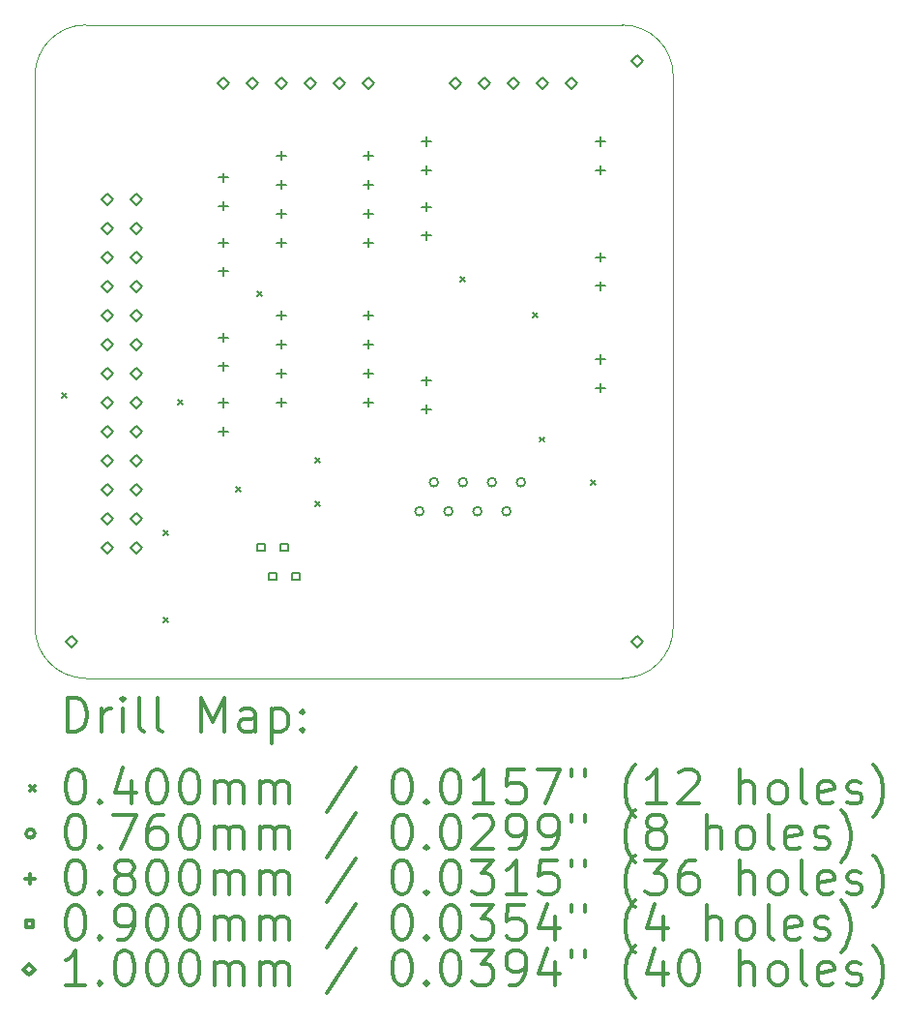
<source format=gbr>
%FSLAX45Y45*%
G04 Gerber Fmt 4.5, Leading zero omitted, Abs format (unit mm)*
G04 Created by KiCad (PCBNEW (5.1.10)-1) date 2021-07-13 13:09:28*
%MOMM*%
%LPD*%
G01*
G04 APERTURE LIST*
%TA.AperFunction,Profile*%
%ADD10C,0.050000*%
%TD*%
%ADD11C,0.200000*%
%ADD12C,0.300000*%
G04 APERTURE END LIST*
D10*
X8445500Y-4445000D02*
G75*
G02*
X8890000Y-4889500I0J-444500D01*
G01*
X8890000Y-9715500D02*
G75*
G02*
X8445500Y-10160000I-444500J0D01*
G01*
X3746500Y-10160000D02*
G75*
G02*
X3302000Y-9715500I0J444500D01*
G01*
X3302000Y-4889500D02*
G75*
G02*
X3746500Y-4445000I444500J0D01*
G01*
X3302000Y-9715500D02*
X3302000Y-4889500D01*
X8445500Y-10160000D02*
X3746500Y-10160000D01*
X8890000Y-4889500D02*
X8890000Y-9715500D01*
X3746500Y-4445000D02*
X8445500Y-4445000D01*
D11*
X3536000Y-7663500D02*
X3576000Y-7703500D01*
X3576000Y-7663500D02*
X3536000Y-7703500D01*
X4425000Y-8870000D02*
X4465000Y-8910000D01*
X4465000Y-8870000D02*
X4425000Y-8910000D01*
X4425000Y-9632000D02*
X4465000Y-9672000D01*
X4465000Y-9632000D02*
X4425000Y-9672000D01*
X4552000Y-7727000D02*
X4592000Y-7767000D01*
X4592000Y-7727000D02*
X4552000Y-7767000D01*
X5060000Y-8489000D02*
X5100000Y-8529000D01*
X5100000Y-8489000D02*
X5060000Y-8529000D01*
X5250500Y-6774500D02*
X5290500Y-6814500D01*
X5290500Y-6774500D02*
X5250500Y-6814500D01*
X5758500Y-8235000D02*
X5798500Y-8275000D01*
X5798500Y-8235000D02*
X5758500Y-8275000D01*
X5758500Y-8616000D02*
X5798500Y-8656000D01*
X5798500Y-8616000D02*
X5758500Y-8656000D01*
X7028500Y-6647500D02*
X7068500Y-6687500D01*
X7068500Y-6647500D02*
X7028500Y-6687500D01*
X7663500Y-6965000D02*
X7703500Y-7005000D01*
X7703500Y-6965000D02*
X7663500Y-7005000D01*
X7720500Y-8051000D02*
X7760500Y-8091000D01*
X7760500Y-8051000D02*
X7720500Y-8091000D01*
X8171500Y-8425500D02*
X8211500Y-8465500D01*
X8211500Y-8425500D02*
X8171500Y-8465500D01*
X6705500Y-8699500D02*
G75*
G03*
X6705500Y-8699500I-38000J0D01*
G01*
X6832500Y-8445500D02*
G75*
G03*
X6832500Y-8445500I-38000J0D01*
G01*
X6959500Y-8699500D02*
G75*
G03*
X6959500Y-8699500I-38000J0D01*
G01*
X7086500Y-8445500D02*
G75*
G03*
X7086500Y-8445500I-38000J0D01*
G01*
X7213500Y-8699500D02*
G75*
G03*
X7213500Y-8699500I-38000J0D01*
G01*
X7340500Y-8445500D02*
G75*
G03*
X7340500Y-8445500I-38000J0D01*
G01*
X7467500Y-8699500D02*
G75*
G03*
X7467500Y-8699500I-38000J0D01*
G01*
X7594500Y-8445500D02*
G75*
G03*
X7594500Y-8445500I-38000J0D01*
G01*
X4953000Y-5738500D02*
X4953000Y-5818500D01*
X4913000Y-5778500D02*
X4993000Y-5778500D01*
X4953000Y-5988500D02*
X4953000Y-6068500D01*
X4913000Y-6028500D02*
X4993000Y-6028500D01*
X4953000Y-6310000D02*
X4953000Y-6390000D01*
X4913000Y-6350000D02*
X4993000Y-6350000D01*
X4953000Y-6560000D02*
X4953000Y-6640000D01*
X4913000Y-6600000D02*
X4993000Y-6600000D01*
X4953000Y-7139500D02*
X4953000Y-7219500D01*
X4913000Y-7179500D02*
X4993000Y-7179500D01*
X4953000Y-7389500D02*
X4953000Y-7469500D01*
X4913000Y-7429500D02*
X4993000Y-7429500D01*
X4953000Y-7711000D02*
X4953000Y-7791000D01*
X4913000Y-7751000D02*
X4993000Y-7751000D01*
X4953000Y-7961000D02*
X4953000Y-8041000D01*
X4913000Y-8001000D02*
X4993000Y-8001000D01*
X5461000Y-5548000D02*
X5461000Y-5628000D01*
X5421000Y-5588000D02*
X5501000Y-5588000D01*
X5461000Y-5802000D02*
X5461000Y-5882000D01*
X5421000Y-5842000D02*
X5501000Y-5842000D01*
X5461000Y-6056000D02*
X5461000Y-6136000D01*
X5421000Y-6096000D02*
X5501000Y-6096000D01*
X5461000Y-6310000D02*
X5461000Y-6390000D01*
X5421000Y-6350000D02*
X5501000Y-6350000D01*
X5461000Y-6945000D02*
X5461000Y-7025000D01*
X5421000Y-6985000D02*
X5501000Y-6985000D01*
X5461000Y-7199000D02*
X5461000Y-7279000D01*
X5421000Y-7239000D02*
X5501000Y-7239000D01*
X5461000Y-7453000D02*
X5461000Y-7533000D01*
X5421000Y-7493000D02*
X5501000Y-7493000D01*
X5461000Y-7707000D02*
X5461000Y-7787000D01*
X5421000Y-7747000D02*
X5501000Y-7747000D01*
X6223000Y-5548000D02*
X6223000Y-5628000D01*
X6183000Y-5588000D02*
X6263000Y-5588000D01*
X6223000Y-5802000D02*
X6223000Y-5882000D01*
X6183000Y-5842000D02*
X6263000Y-5842000D01*
X6223000Y-6056000D02*
X6223000Y-6136000D01*
X6183000Y-6096000D02*
X6263000Y-6096000D01*
X6223000Y-6310000D02*
X6223000Y-6390000D01*
X6183000Y-6350000D02*
X6263000Y-6350000D01*
X6223000Y-6945000D02*
X6223000Y-7025000D01*
X6183000Y-6985000D02*
X6263000Y-6985000D01*
X6223000Y-7199000D02*
X6223000Y-7279000D01*
X6183000Y-7239000D02*
X6263000Y-7239000D01*
X6223000Y-7453000D02*
X6223000Y-7533000D01*
X6183000Y-7493000D02*
X6263000Y-7493000D01*
X6223000Y-7707000D02*
X6223000Y-7787000D01*
X6183000Y-7747000D02*
X6263000Y-7747000D01*
X6731000Y-5425000D02*
X6731000Y-5505000D01*
X6691000Y-5465000D02*
X6771000Y-5465000D01*
X6731000Y-5675000D02*
X6731000Y-5755000D01*
X6691000Y-5715000D02*
X6771000Y-5715000D01*
X6731000Y-5996500D02*
X6731000Y-6076500D01*
X6691000Y-6036500D02*
X6771000Y-6036500D01*
X6731000Y-6246500D02*
X6731000Y-6326500D01*
X6691000Y-6286500D02*
X6771000Y-6286500D01*
X6731000Y-7516500D02*
X6731000Y-7596500D01*
X6691000Y-7556500D02*
X6771000Y-7556500D01*
X6731000Y-7766500D02*
X6731000Y-7846500D01*
X6691000Y-7806500D02*
X6771000Y-7806500D01*
X8255000Y-5425000D02*
X8255000Y-5505000D01*
X8215000Y-5465000D02*
X8295000Y-5465000D01*
X8255000Y-5675000D02*
X8255000Y-5755000D01*
X8215000Y-5715000D02*
X8295000Y-5715000D01*
X8255000Y-6437000D02*
X8255000Y-6517000D01*
X8215000Y-6477000D02*
X8295000Y-6477000D01*
X8255000Y-6687000D02*
X8255000Y-6767000D01*
X8215000Y-6727000D02*
X8295000Y-6727000D01*
X8255000Y-7330000D02*
X8255000Y-7410000D01*
X8215000Y-7370000D02*
X8295000Y-7370000D01*
X8255000Y-7580000D02*
X8255000Y-7660000D01*
X8215000Y-7620000D02*
X8295000Y-7620000D01*
X5313820Y-9048820D02*
X5313820Y-8985180D01*
X5250180Y-8985180D01*
X5250180Y-9048820D01*
X5313820Y-9048820D01*
X5415820Y-9302820D02*
X5415820Y-9239180D01*
X5352180Y-9239180D01*
X5352180Y-9302820D01*
X5415820Y-9302820D01*
X5517820Y-9048820D02*
X5517820Y-8985180D01*
X5454180Y-8985180D01*
X5454180Y-9048820D01*
X5517820Y-9048820D01*
X5619820Y-9302820D02*
X5619820Y-9239180D01*
X5556180Y-9239180D01*
X5556180Y-9302820D01*
X5619820Y-9302820D01*
X3619500Y-9892500D02*
X3669500Y-9842500D01*
X3619500Y-9792500D01*
X3569500Y-9842500D01*
X3619500Y-9892500D01*
X3937000Y-6019000D02*
X3987000Y-5969000D01*
X3937000Y-5919000D01*
X3887000Y-5969000D01*
X3937000Y-6019000D01*
X3937000Y-6273000D02*
X3987000Y-6223000D01*
X3937000Y-6173000D01*
X3887000Y-6223000D01*
X3937000Y-6273000D01*
X3937000Y-6527000D02*
X3987000Y-6477000D01*
X3937000Y-6427000D01*
X3887000Y-6477000D01*
X3937000Y-6527000D01*
X3937000Y-6781000D02*
X3987000Y-6731000D01*
X3937000Y-6681000D01*
X3887000Y-6731000D01*
X3937000Y-6781000D01*
X3937000Y-7035000D02*
X3987000Y-6985000D01*
X3937000Y-6935000D01*
X3887000Y-6985000D01*
X3937000Y-7035000D01*
X3937000Y-7289000D02*
X3987000Y-7239000D01*
X3937000Y-7189000D01*
X3887000Y-7239000D01*
X3937000Y-7289000D01*
X3937000Y-7543000D02*
X3987000Y-7493000D01*
X3937000Y-7443000D01*
X3887000Y-7493000D01*
X3937000Y-7543000D01*
X3937000Y-7797000D02*
X3987000Y-7747000D01*
X3937000Y-7697000D01*
X3887000Y-7747000D01*
X3937000Y-7797000D01*
X3937000Y-8051000D02*
X3987000Y-8001000D01*
X3937000Y-7951000D01*
X3887000Y-8001000D01*
X3937000Y-8051000D01*
X3937000Y-8305000D02*
X3987000Y-8255000D01*
X3937000Y-8205000D01*
X3887000Y-8255000D01*
X3937000Y-8305000D01*
X3937000Y-8559000D02*
X3987000Y-8509000D01*
X3937000Y-8459000D01*
X3887000Y-8509000D01*
X3937000Y-8559000D01*
X3937000Y-8813000D02*
X3987000Y-8763000D01*
X3937000Y-8713000D01*
X3887000Y-8763000D01*
X3937000Y-8813000D01*
X3937000Y-9067000D02*
X3987000Y-9017000D01*
X3937000Y-8967000D01*
X3887000Y-9017000D01*
X3937000Y-9067000D01*
X4191000Y-6019000D02*
X4241000Y-5969000D01*
X4191000Y-5919000D01*
X4141000Y-5969000D01*
X4191000Y-6019000D01*
X4191000Y-6273000D02*
X4241000Y-6223000D01*
X4191000Y-6173000D01*
X4141000Y-6223000D01*
X4191000Y-6273000D01*
X4191000Y-6527000D02*
X4241000Y-6477000D01*
X4191000Y-6427000D01*
X4141000Y-6477000D01*
X4191000Y-6527000D01*
X4191000Y-6781000D02*
X4241000Y-6731000D01*
X4191000Y-6681000D01*
X4141000Y-6731000D01*
X4191000Y-6781000D01*
X4191000Y-7035000D02*
X4241000Y-6985000D01*
X4191000Y-6935000D01*
X4141000Y-6985000D01*
X4191000Y-7035000D01*
X4191000Y-7289000D02*
X4241000Y-7239000D01*
X4191000Y-7189000D01*
X4141000Y-7239000D01*
X4191000Y-7289000D01*
X4191000Y-7543000D02*
X4241000Y-7493000D01*
X4191000Y-7443000D01*
X4141000Y-7493000D01*
X4191000Y-7543000D01*
X4191000Y-7797000D02*
X4241000Y-7747000D01*
X4191000Y-7697000D01*
X4141000Y-7747000D01*
X4191000Y-7797000D01*
X4191000Y-8051000D02*
X4241000Y-8001000D01*
X4191000Y-7951000D01*
X4141000Y-8001000D01*
X4191000Y-8051000D01*
X4191000Y-8305000D02*
X4241000Y-8255000D01*
X4191000Y-8205000D01*
X4141000Y-8255000D01*
X4191000Y-8305000D01*
X4191000Y-8559000D02*
X4241000Y-8509000D01*
X4191000Y-8459000D01*
X4141000Y-8509000D01*
X4191000Y-8559000D01*
X4191000Y-8813000D02*
X4241000Y-8763000D01*
X4191000Y-8713000D01*
X4141000Y-8763000D01*
X4191000Y-8813000D01*
X4191000Y-9067000D02*
X4241000Y-9017000D01*
X4191000Y-8967000D01*
X4141000Y-9017000D01*
X4191000Y-9067000D01*
X4953000Y-5003000D02*
X5003000Y-4953000D01*
X4953000Y-4903000D01*
X4903000Y-4953000D01*
X4953000Y-5003000D01*
X5207000Y-5003000D02*
X5257000Y-4953000D01*
X5207000Y-4903000D01*
X5157000Y-4953000D01*
X5207000Y-5003000D01*
X5461000Y-5003000D02*
X5511000Y-4953000D01*
X5461000Y-4903000D01*
X5411000Y-4953000D01*
X5461000Y-5003000D01*
X5715000Y-5003000D02*
X5765000Y-4953000D01*
X5715000Y-4903000D01*
X5665000Y-4953000D01*
X5715000Y-5003000D01*
X5969000Y-5003000D02*
X6019000Y-4953000D01*
X5969000Y-4903000D01*
X5919000Y-4953000D01*
X5969000Y-5003000D01*
X6223000Y-5003000D02*
X6273000Y-4953000D01*
X6223000Y-4903000D01*
X6173000Y-4953000D01*
X6223000Y-5003000D01*
X6985000Y-5003000D02*
X7035000Y-4953000D01*
X6985000Y-4903000D01*
X6935000Y-4953000D01*
X6985000Y-5003000D01*
X7239000Y-5003000D02*
X7289000Y-4953000D01*
X7239000Y-4903000D01*
X7189000Y-4953000D01*
X7239000Y-5003000D01*
X7493000Y-5003000D02*
X7543000Y-4953000D01*
X7493000Y-4903000D01*
X7443000Y-4953000D01*
X7493000Y-5003000D01*
X7747000Y-5003000D02*
X7797000Y-4953000D01*
X7747000Y-4903000D01*
X7697000Y-4953000D01*
X7747000Y-5003000D01*
X8001000Y-5003000D02*
X8051000Y-4953000D01*
X8001000Y-4903000D01*
X7951000Y-4953000D01*
X8001000Y-5003000D01*
X8572500Y-4812500D02*
X8622500Y-4762500D01*
X8572500Y-4712500D01*
X8522500Y-4762500D01*
X8572500Y-4812500D01*
X8572500Y-9892500D02*
X8622500Y-9842500D01*
X8572500Y-9792500D01*
X8522500Y-9842500D01*
X8572500Y-9892500D01*
D12*
X3585928Y-10628214D02*
X3585928Y-10328214D01*
X3657357Y-10328214D01*
X3700214Y-10342500D01*
X3728786Y-10371072D01*
X3743071Y-10399643D01*
X3757357Y-10456786D01*
X3757357Y-10499643D01*
X3743071Y-10556786D01*
X3728786Y-10585357D01*
X3700214Y-10613929D01*
X3657357Y-10628214D01*
X3585928Y-10628214D01*
X3885928Y-10628214D02*
X3885928Y-10428214D01*
X3885928Y-10485357D02*
X3900214Y-10456786D01*
X3914500Y-10442500D01*
X3943071Y-10428214D01*
X3971643Y-10428214D01*
X4071643Y-10628214D02*
X4071643Y-10428214D01*
X4071643Y-10328214D02*
X4057357Y-10342500D01*
X4071643Y-10356786D01*
X4085928Y-10342500D01*
X4071643Y-10328214D01*
X4071643Y-10356786D01*
X4257357Y-10628214D02*
X4228786Y-10613929D01*
X4214500Y-10585357D01*
X4214500Y-10328214D01*
X4414500Y-10628214D02*
X4385928Y-10613929D01*
X4371643Y-10585357D01*
X4371643Y-10328214D01*
X4757357Y-10628214D02*
X4757357Y-10328214D01*
X4857357Y-10542500D01*
X4957357Y-10328214D01*
X4957357Y-10628214D01*
X5228786Y-10628214D02*
X5228786Y-10471072D01*
X5214500Y-10442500D01*
X5185928Y-10428214D01*
X5128786Y-10428214D01*
X5100214Y-10442500D01*
X5228786Y-10613929D02*
X5200214Y-10628214D01*
X5128786Y-10628214D01*
X5100214Y-10613929D01*
X5085928Y-10585357D01*
X5085928Y-10556786D01*
X5100214Y-10528214D01*
X5128786Y-10513929D01*
X5200214Y-10513929D01*
X5228786Y-10499643D01*
X5371643Y-10428214D02*
X5371643Y-10728214D01*
X5371643Y-10442500D02*
X5400214Y-10428214D01*
X5457357Y-10428214D01*
X5485928Y-10442500D01*
X5500214Y-10456786D01*
X5514500Y-10485357D01*
X5514500Y-10571072D01*
X5500214Y-10599643D01*
X5485928Y-10613929D01*
X5457357Y-10628214D01*
X5400214Y-10628214D01*
X5371643Y-10613929D01*
X5643071Y-10599643D02*
X5657357Y-10613929D01*
X5643071Y-10628214D01*
X5628786Y-10613929D01*
X5643071Y-10599643D01*
X5643071Y-10628214D01*
X5643071Y-10442500D02*
X5657357Y-10456786D01*
X5643071Y-10471072D01*
X5628786Y-10456786D01*
X5643071Y-10442500D01*
X5643071Y-10471072D01*
X3259500Y-11102500D02*
X3299500Y-11142500D01*
X3299500Y-11102500D02*
X3259500Y-11142500D01*
X3643071Y-10958214D02*
X3671643Y-10958214D01*
X3700214Y-10972500D01*
X3714500Y-10986786D01*
X3728786Y-11015357D01*
X3743071Y-11072500D01*
X3743071Y-11143929D01*
X3728786Y-11201071D01*
X3714500Y-11229643D01*
X3700214Y-11243929D01*
X3671643Y-11258214D01*
X3643071Y-11258214D01*
X3614500Y-11243929D01*
X3600214Y-11229643D01*
X3585928Y-11201071D01*
X3571643Y-11143929D01*
X3571643Y-11072500D01*
X3585928Y-11015357D01*
X3600214Y-10986786D01*
X3614500Y-10972500D01*
X3643071Y-10958214D01*
X3871643Y-11229643D02*
X3885928Y-11243929D01*
X3871643Y-11258214D01*
X3857357Y-11243929D01*
X3871643Y-11229643D01*
X3871643Y-11258214D01*
X4143071Y-11058214D02*
X4143071Y-11258214D01*
X4071643Y-10943929D02*
X4000214Y-11158214D01*
X4185928Y-11158214D01*
X4357357Y-10958214D02*
X4385928Y-10958214D01*
X4414500Y-10972500D01*
X4428786Y-10986786D01*
X4443071Y-11015357D01*
X4457357Y-11072500D01*
X4457357Y-11143929D01*
X4443071Y-11201071D01*
X4428786Y-11229643D01*
X4414500Y-11243929D01*
X4385928Y-11258214D01*
X4357357Y-11258214D01*
X4328786Y-11243929D01*
X4314500Y-11229643D01*
X4300214Y-11201071D01*
X4285928Y-11143929D01*
X4285928Y-11072500D01*
X4300214Y-11015357D01*
X4314500Y-10986786D01*
X4328786Y-10972500D01*
X4357357Y-10958214D01*
X4643071Y-10958214D02*
X4671643Y-10958214D01*
X4700214Y-10972500D01*
X4714500Y-10986786D01*
X4728786Y-11015357D01*
X4743071Y-11072500D01*
X4743071Y-11143929D01*
X4728786Y-11201071D01*
X4714500Y-11229643D01*
X4700214Y-11243929D01*
X4671643Y-11258214D01*
X4643071Y-11258214D01*
X4614500Y-11243929D01*
X4600214Y-11229643D01*
X4585928Y-11201071D01*
X4571643Y-11143929D01*
X4571643Y-11072500D01*
X4585928Y-11015357D01*
X4600214Y-10986786D01*
X4614500Y-10972500D01*
X4643071Y-10958214D01*
X4871643Y-11258214D02*
X4871643Y-11058214D01*
X4871643Y-11086786D02*
X4885928Y-11072500D01*
X4914500Y-11058214D01*
X4957357Y-11058214D01*
X4985928Y-11072500D01*
X5000214Y-11101072D01*
X5000214Y-11258214D01*
X5000214Y-11101072D02*
X5014500Y-11072500D01*
X5043071Y-11058214D01*
X5085928Y-11058214D01*
X5114500Y-11072500D01*
X5128786Y-11101072D01*
X5128786Y-11258214D01*
X5271643Y-11258214D02*
X5271643Y-11058214D01*
X5271643Y-11086786D02*
X5285928Y-11072500D01*
X5314500Y-11058214D01*
X5357357Y-11058214D01*
X5385928Y-11072500D01*
X5400214Y-11101072D01*
X5400214Y-11258214D01*
X5400214Y-11101072D02*
X5414500Y-11072500D01*
X5443071Y-11058214D01*
X5485928Y-11058214D01*
X5514500Y-11072500D01*
X5528786Y-11101072D01*
X5528786Y-11258214D01*
X6114500Y-10943929D02*
X5857357Y-11329643D01*
X6500214Y-10958214D02*
X6528786Y-10958214D01*
X6557357Y-10972500D01*
X6571643Y-10986786D01*
X6585928Y-11015357D01*
X6600214Y-11072500D01*
X6600214Y-11143929D01*
X6585928Y-11201071D01*
X6571643Y-11229643D01*
X6557357Y-11243929D01*
X6528786Y-11258214D01*
X6500214Y-11258214D01*
X6471643Y-11243929D01*
X6457357Y-11229643D01*
X6443071Y-11201071D01*
X6428786Y-11143929D01*
X6428786Y-11072500D01*
X6443071Y-11015357D01*
X6457357Y-10986786D01*
X6471643Y-10972500D01*
X6500214Y-10958214D01*
X6728786Y-11229643D02*
X6743071Y-11243929D01*
X6728786Y-11258214D01*
X6714500Y-11243929D01*
X6728786Y-11229643D01*
X6728786Y-11258214D01*
X6928786Y-10958214D02*
X6957357Y-10958214D01*
X6985928Y-10972500D01*
X7000214Y-10986786D01*
X7014500Y-11015357D01*
X7028786Y-11072500D01*
X7028786Y-11143929D01*
X7014500Y-11201071D01*
X7000214Y-11229643D01*
X6985928Y-11243929D01*
X6957357Y-11258214D01*
X6928786Y-11258214D01*
X6900214Y-11243929D01*
X6885928Y-11229643D01*
X6871643Y-11201071D01*
X6857357Y-11143929D01*
X6857357Y-11072500D01*
X6871643Y-11015357D01*
X6885928Y-10986786D01*
X6900214Y-10972500D01*
X6928786Y-10958214D01*
X7314500Y-11258214D02*
X7143071Y-11258214D01*
X7228786Y-11258214D02*
X7228786Y-10958214D01*
X7200214Y-11001072D01*
X7171643Y-11029643D01*
X7143071Y-11043929D01*
X7585928Y-10958214D02*
X7443071Y-10958214D01*
X7428786Y-11101072D01*
X7443071Y-11086786D01*
X7471643Y-11072500D01*
X7543071Y-11072500D01*
X7571643Y-11086786D01*
X7585928Y-11101072D01*
X7600214Y-11129643D01*
X7600214Y-11201071D01*
X7585928Y-11229643D01*
X7571643Y-11243929D01*
X7543071Y-11258214D01*
X7471643Y-11258214D01*
X7443071Y-11243929D01*
X7428786Y-11229643D01*
X7700214Y-10958214D02*
X7900214Y-10958214D01*
X7771643Y-11258214D01*
X8000214Y-10958214D02*
X8000214Y-11015357D01*
X8114500Y-10958214D02*
X8114500Y-11015357D01*
X8557357Y-11372500D02*
X8543071Y-11358214D01*
X8514500Y-11315357D01*
X8500214Y-11286786D01*
X8485928Y-11243929D01*
X8471643Y-11172500D01*
X8471643Y-11115357D01*
X8485928Y-11043929D01*
X8500214Y-11001072D01*
X8514500Y-10972500D01*
X8543071Y-10929643D01*
X8557357Y-10915357D01*
X8828786Y-11258214D02*
X8657357Y-11258214D01*
X8743071Y-11258214D02*
X8743071Y-10958214D01*
X8714500Y-11001072D01*
X8685928Y-11029643D01*
X8657357Y-11043929D01*
X8943071Y-10986786D02*
X8957357Y-10972500D01*
X8985928Y-10958214D01*
X9057357Y-10958214D01*
X9085928Y-10972500D01*
X9100214Y-10986786D01*
X9114500Y-11015357D01*
X9114500Y-11043929D01*
X9100214Y-11086786D01*
X8928786Y-11258214D01*
X9114500Y-11258214D01*
X9471643Y-11258214D02*
X9471643Y-10958214D01*
X9600214Y-11258214D02*
X9600214Y-11101072D01*
X9585928Y-11072500D01*
X9557357Y-11058214D01*
X9514500Y-11058214D01*
X9485928Y-11072500D01*
X9471643Y-11086786D01*
X9785928Y-11258214D02*
X9757357Y-11243929D01*
X9743071Y-11229643D01*
X9728786Y-11201071D01*
X9728786Y-11115357D01*
X9743071Y-11086786D01*
X9757357Y-11072500D01*
X9785928Y-11058214D01*
X9828786Y-11058214D01*
X9857357Y-11072500D01*
X9871643Y-11086786D01*
X9885928Y-11115357D01*
X9885928Y-11201071D01*
X9871643Y-11229643D01*
X9857357Y-11243929D01*
X9828786Y-11258214D01*
X9785928Y-11258214D01*
X10057357Y-11258214D02*
X10028786Y-11243929D01*
X10014500Y-11215357D01*
X10014500Y-10958214D01*
X10285928Y-11243929D02*
X10257357Y-11258214D01*
X10200214Y-11258214D01*
X10171643Y-11243929D01*
X10157357Y-11215357D01*
X10157357Y-11101072D01*
X10171643Y-11072500D01*
X10200214Y-11058214D01*
X10257357Y-11058214D01*
X10285928Y-11072500D01*
X10300214Y-11101072D01*
X10300214Y-11129643D01*
X10157357Y-11158214D01*
X10414500Y-11243929D02*
X10443071Y-11258214D01*
X10500214Y-11258214D01*
X10528786Y-11243929D01*
X10543071Y-11215357D01*
X10543071Y-11201071D01*
X10528786Y-11172500D01*
X10500214Y-11158214D01*
X10457357Y-11158214D01*
X10428786Y-11143929D01*
X10414500Y-11115357D01*
X10414500Y-11101072D01*
X10428786Y-11072500D01*
X10457357Y-11058214D01*
X10500214Y-11058214D01*
X10528786Y-11072500D01*
X10643071Y-11372500D02*
X10657357Y-11358214D01*
X10685928Y-11315357D01*
X10700214Y-11286786D01*
X10714500Y-11243929D01*
X10728786Y-11172500D01*
X10728786Y-11115357D01*
X10714500Y-11043929D01*
X10700214Y-11001072D01*
X10685928Y-10972500D01*
X10657357Y-10929643D01*
X10643071Y-10915357D01*
X3299500Y-11518500D02*
G75*
G03*
X3299500Y-11518500I-38000J0D01*
G01*
X3643071Y-11354214D02*
X3671643Y-11354214D01*
X3700214Y-11368500D01*
X3714500Y-11382786D01*
X3728786Y-11411357D01*
X3743071Y-11468500D01*
X3743071Y-11539929D01*
X3728786Y-11597071D01*
X3714500Y-11625643D01*
X3700214Y-11639929D01*
X3671643Y-11654214D01*
X3643071Y-11654214D01*
X3614500Y-11639929D01*
X3600214Y-11625643D01*
X3585928Y-11597071D01*
X3571643Y-11539929D01*
X3571643Y-11468500D01*
X3585928Y-11411357D01*
X3600214Y-11382786D01*
X3614500Y-11368500D01*
X3643071Y-11354214D01*
X3871643Y-11625643D02*
X3885928Y-11639929D01*
X3871643Y-11654214D01*
X3857357Y-11639929D01*
X3871643Y-11625643D01*
X3871643Y-11654214D01*
X3985928Y-11354214D02*
X4185928Y-11354214D01*
X4057357Y-11654214D01*
X4428786Y-11354214D02*
X4371643Y-11354214D01*
X4343071Y-11368500D01*
X4328786Y-11382786D01*
X4300214Y-11425643D01*
X4285928Y-11482786D01*
X4285928Y-11597071D01*
X4300214Y-11625643D01*
X4314500Y-11639929D01*
X4343071Y-11654214D01*
X4400214Y-11654214D01*
X4428786Y-11639929D01*
X4443071Y-11625643D01*
X4457357Y-11597071D01*
X4457357Y-11525643D01*
X4443071Y-11497071D01*
X4428786Y-11482786D01*
X4400214Y-11468500D01*
X4343071Y-11468500D01*
X4314500Y-11482786D01*
X4300214Y-11497071D01*
X4285928Y-11525643D01*
X4643071Y-11354214D02*
X4671643Y-11354214D01*
X4700214Y-11368500D01*
X4714500Y-11382786D01*
X4728786Y-11411357D01*
X4743071Y-11468500D01*
X4743071Y-11539929D01*
X4728786Y-11597071D01*
X4714500Y-11625643D01*
X4700214Y-11639929D01*
X4671643Y-11654214D01*
X4643071Y-11654214D01*
X4614500Y-11639929D01*
X4600214Y-11625643D01*
X4585928Y-11597071D01*
X4571643Y-11539929D01*
X4571643Y-11468500D01*
X4585928Y-11411357D01*
X4600214Y-11382786D01*
X4614500Y-11368500D01*
X4643071Y-11354214D01*
X4871643Y-11654214D02*
X4871643Y-11454214D01*
X4871643Y-11482786D02*
X4885928Y-11468500D01*
X4914500Y-11454214D01*
X4957357Y-11454214D01*
X4985928Y-11468500D01*
X5000214Y-11497071D01*
X5000214Y-11654214D01*
X5000214Y-11497071D02*
X5014500Y-11468500D01*
X5043071Y-11454214D01*
X5085928Y-11454214D01*
X5114500Y-11468500D01*
X5128786Y-11497071D01*
X5128786Y-11654214D01*
X5271643Y-11654214D02*
X5271643Y-11454214D01*
X5271643Y-11482786D02*
X5285928Y-11468500D01*
X5314500Y-11454214D01*
X5357357Y-11454214D01*
X5385928Y-11468500D01*
X5400214Y-11497071D01*
X5400214Y-11654214D01*
X5400214Y-11497071D02*
X5414500Y-11468500D01*
X5443071Y-11454214D01*
X5485928Y-11454214D01*
X5514500Y-11468500D01*
X5528786Y-11497071D01*
X5528786Y-11654214D01*
X6114500Y-11339929D02*
X5857357Y-11725643D01*
X6500214Y-11354214D02*
X6528786Y-11354214D01*
X6557357Y-11368500D01*
X6571643Y-11382786D01*
X6585928Y-11411357D01*
X6600214Y-11468500D01*
X6600214Y-11539929D01*
X6585928Y-11597071D01*
X6571643Y-11625643D01*
X6557357Y-11639929D01*
X6528786Y-11654214D01*
X6500214Y-11654214D01*
X6471643Y-11639929D01*
X6457357Y-11625643D01*
X6443071Y-11597071D01*
X6428786Y-11539929D01*
X6428786Y-11468500D01*
X6443071Y-11411357D01*
X6457357Y-11382786D01*
X6471643Y-11368500D01*
X6500214Y-11354214D01*
X6728786Y-11625643D02*
X6743071Y-11639929D01*
X6728786Y-11654214D01*
X6714500Y-11639929D01*
X6728786Y-11625643D01*
X6728786Y-11654214D01*
X6928786Y-11354214D02*
X6957357Y-11354214D01*
X6985928Y-11368500D01*
X7000214Y-11382786D01*
X7014500Y-11411357D01*
X7028786Y-11468500D01*
X7028786Y-11539929D01*
X7014500Y-11597071D01*
X7000214Y-11625643D01*
X6985928Y-11639929D01*
X6957357Y-11654214D01*
X6928786Y-11654214D01*
X6900214Y-11639929D01*
X6885928Y-11625643D01*
X6871643Y-11597071D01*
X6857357Y-11539929D01*
X6857357Y-11468500D01*
X6871643Y-11411357D01*
X6885928Y-11382786D01*
X6900214Y-11368500D01*
X6928786Y-11354214D01*
X7143071Y-11382786D02*
X7157357Y-11368500D01*
X7185928Y-11354214D01*
X7257357Y-11354214D01*
X7285928Y-11368500D01*
X7300214Y-11382786D01*
X7314500Y-11411357D01*
X7314500Y-11439929D01*
X7300214Y-11482786D01*
X7128786Y-11654214D01*
X7314500Y-11654214D01*
X7457357Y-11654214D02*
X7514500Y-11654214D01*
X7543071Y-11639929D01*
X7557357Y-11625643D01*
X7585928Y-11582786D01*
X7600214Y-11525643D01*
X7600214Y-11411357D01*
X7585928Y-11382786D01*
X7571643Y-11368500D01*
X7543071Y-11354214D01*
X7485928Y-11354214D01*
X7457357Y-11368500D01*
X7443071Y-11382786D01*
X7428786Y-11411357D01*
X7428786Y-11482786D01*
X7443071Y-11511357D01*
X7457357Y-11525643D01*
X7485928Y-11539929D01*
X7543071Y-11539929D01*
X7571643Y-11525643D01*
X7585928Y-11511357D01*
X7600214Y-11482786D01*
X7743071Y-11654214D02*
X7800214Y-11654214D01*
X7828786Y-11639929D01*
X7843071Y-11625643D01*
X7871643Y-11582786D01*
X7885928Y-11525643D01*
X7885928Y-11411357D01*
X7871643Y-11382786D01*
X7857357Y-11368500D01*
X7828786Y-11354214D01*
X7771643Y-11354214D01*
X7743071Y-11368500D01*
X7728786Y-11382786D01*
X7714500Y-11411357D01*
X7714500Y-11482786D01*
X7728786Y-11511357D01*
X7743071Y-11525643D01*
X7771643Y-11539929D01*
X7828786Y-11539929D01*
X7857357Y-11525643D01*
X7871643Y-11511357D01*
X7885928Y-11482786D01*
X8000214Y-11354214D02*
X8000214Y-11411357D01*
X8114500Y-11354214D02*
X8114500Y-11411357D01*
X8557357Y-11768500D02*
X8543071Y-11754214D01*
X8514500Y-11711357D01*
X8500214Y-11682786D01*
X8485928Y-11639929D01*
X8471643Y-11568500D01*
X8471643Y-11511357D01*
X8485928Y-11439929D01*
X8500214Y-11397071D01*
X8514500Y-11368500D01*
X8543071Y-11325643D01*
X8557357Y-11311357D01*
X8714500Y-11482786D02*
X8685928Y-11468500D01*
X8671643Y-11454214D01*
X8657357Y-11425643D01*
X8657357Y-11411357D01*
X8671643Y-11382786D01*
X8685928Y-11368500D01*
X8714500Y-11354214D01*
X8771643Y-11354214D01*
X8800214Y-11368500D01*
X8814500Y-11382786D01*
X8828786Y-11411357D01*
X8828786Y-11425643D01*
X8814500Y-11454214D01*
X8800214Y-11468500D01*
X8771643Y-11482786D01*
X8714500Y-11482786D01*
X8685928Y-11497071D01*
X8671643Y-11511357D01*
X8657357Y-11539929D01*
X8657357Y-11597071D01*
X8671643Y-11625643D01*
X8685928Y-11639929D01*
X8714500Y-11654214D01*
X8771643Y-11654214D01*
X8800214Y-11639929D01*
X8814500Y-11625643D01*
X8828786Y-11597071D01*
X8828786Y-11539929D01*
X8814500Y-11511357D01*
X8800214Y-11497071D01*
X8771643Y-11482786D01*
X9185928Y-11654214D02*
X9185928Y-11354214D01*
X9314500Y-11654214D02*
X9314500Y-11497071D01*
X9300214Y-11468500D01*
X9271643Y-11454214D01*
X9228786Y-11454214D01*
X9200214Y-11468500D01*
X9185928Y-11482786D01*
X9500214Y-11654214D02*
X9471643Y-11639929D01*
X9457357Y-11625643D01*
X9443071Y-11597071D01*
X9443071Y-11511357D01*
X9457357Y-11482786D01*
X9471643Y-11468500D01*
X9500214Y-11454214D01*
X9543071Y-11454214D01*
X9571643Y-11468500D01*
X9585928Y-11482786D01*
X9600214Y-11511357D01*
X9600214Y-11597071D01*
X9585928Y-11625643D01*
X9571643Y-11639929D01*
X9543071Y-11654214D01*
X9500214Y-11654214D01*
X9771643Y-11654214D02*
X9743071Y-11639929D01*
X9728786Y-11611357D01*
X9728786Y-11354214D01*
X10000214Y-11639929D02*
X9971643Y-11654214D01*
X9914500Y-11654214D01*
X9885928Y-11639929D01*
X9871643Y-11611357D01*
X9871643Y-11497071D01*
X9885928Y-11468500D01*
X9914500Y-11454214D01*
X9971643Y-11454214D01*
X10000214Y-11468500D01*
X10014500Y-11497071D01*
X10014500Y-11525643D01*
X9871643Y-11554214D01*
X10128786Y-11639929D02*
X10157357Y-11654214D01*
X10214500Y-11654214D01*
X10243071Y-11639929D01*
X10257357Y-11611357D01*
X10257357Y-11597071D01*
X10243071Y-11568500D01*
X10214500Y-11554214D01*
X10171643Y-11554214D01*
X10143071Y-11539929D01*
X10128786Y-11511357D01*
X10128786Y-11497071D01*
X10143071Y-11468500D01*
X10171643Y-11454214D01*
X10214500Y-11454214D01*
X10243071Y-11468500D01*
X10357357Y-11768500D02*
X10371643Y-11754214D01*
X10400214Y-11711357D01*
X10414500Y-11682786D01*
X10428786Y-11639929D01*
X10443071Y-11568500D01*
X10443071Y-11511357D01*
X10428786Y-11439929D01*
X10414500Y-11397071D01*
X10400214Y-11368500D01*
X10371643Y-11325643D01*
X10357357Y-11311357D01*
X3259500Y-11874500D02*
X3259500Y-11954500D01*
X3219500Y-11914500D02*
X3299500Y-11914500D01*
X3643071Y-11750214D02*
X3671643Y-11750214D01*
X3700214Y-11764500D01*
X3714500Y-11778786D01*
X3728786Y-11807357D01*
X3743071Y-11864500D01*
X3743071Y-11935929D01*
X3728786Y-11993071D01*
X3714500Y-12021643D01*
X3700214Y-12035929D01*
X3671643Y-12050214D01*
X3643071Y-12050214D01*
X3614500Y-12035929D01*
X3600214Y-12021643D01*
X3585928Y-11993071D01*
X3571643Y-11935929D01*
X3571643Y-11864500D01*
X3585928Y-11807357D01*
X3600214Y-11778786D01*
X3614500Y-11764500D01*
X3643071Y-11750214D01*
X3871643Y-12021643D02*
X3885928Y-12035929D01*
X3871643Y-12050214D01*
X3857357Y-12035929D01*
X3871643Y-12021643D01*
X3871643Y-12050214D01*
X4057357Y-11878786D02*
X4028786Y-11864500D01*
X4014500Y-11850214D01*
X4000214Y-11821643D01*
X4000214Y-11807357D01*
X4014500Y-11778786D01*
X4028786Y-11764500D01*
X4057357Y-11750214D01*
X4114500Y-11750214D01*
X4143071Y-11764500D01*
X4157357Y-11778786D01*
X4171643Y-11807357D01*
X4171643Y-11821643D01*
X4157357Y-11850214D01*
X4143071Y-11864500D01*
X4114500Y-11878786D01*
X4057357Y-11878786D01*
X4028786Y-11893071D01*
X4014500Y-11907357D01*
X4000214Y-11935929D01*
X4000214Y-11993071D01*
X4014500Y-12021643D01*
X4028786Y-12035929D01*
X4057357Y-12050214D01*
X4114500Y-12050214D01*
X4143071Y-12035929D01*
X4157357Y-12021643D01*
X4171643Y-11993071D01*
X4171643Y-11935929D01*
X4157357Y-11907357D01*
X4143071Y-11893071D01*
X4114500Y-11878786D01*
X4357357Y-11750214D02*
X4385928Y-11750214D01*
X4414500Y-11764500D01*
X4428786Y-11778786D01*
X4443071Y-11807357D01*
X4457357Y-11864500D01*
X4457357Y-11935929D01*
X4443071Y-11993071D01*
X4428786Y-12021643D01*
X4414500Y-12035929D01*
X4385928Y-12050214D01*
X4357357Y-12050214D01*
X4328786Y-12035929D01*
X4314500Y-12021643D01*
X4300214Y-11993071D01*
X4285928Y-11935929D01*
X4285928Y-11864500D01*
X4300214Y-11807357D01*
X4314500Y-11778786D01*
X4328786Y-11764500D01*
X4357357Y-11750214D01*
X4643071Y-11750214D02*
X4671643Y-11750214D01*
X4700214Y-11764500D01*
X4714500Y-11778786D01*
X4728786Y-11807357D01*
X4743071Y-11864500D01*
X4743071Y-11935929D01*
X4728786Y-11993071D01*
X4714500Y-12021643D01*
X4700214Y-12035929D01*
X4671643Y-12050214D01*
X4643071Y-12050214D01*
X4614500Y-12035929D01*
X4600214Y-12021643D01*
X4585928Y-11993071D01*
X4571643Y-11935929D01*
X4571643Y-11864500D01*
X4585928Y-11807357D01*
X4600214Y-11778786D01*
X4614500Y-11764500D01*
X4643071Y-11750214D01*
X4871643Y-12050214D02*
X4871643Y-11850214D01*
X4871643Y-11878786D02*
X4885928Y-11864500D01*
X4914500Y-11850214D01*
X4957357Y-11850214D01*
X4985928Y-11864500D01*
X5000214Y-11893071D01*
X5000214Y-12050214D01*
X5000214Y-11893071D02*
X5014500Y-11864500D01*
X5043071Y-11850214D01*
X5085928Y-11850214D01*
X5114500Y-11864500D01*
X5128786Y-11893071D01*
X5128786Y-12050214D01*
X5271643Y-12050214D02*
X5271643Y-11850214D01*
X5271643Y-11878786D02*
X5285928Y-11864500D01*
X5314500Y-11850214D01*
X5357357Y-11850214D01*
X5385928Y-11864500D01*
X5400214Y-11893071D01*
X5400214Y-12050214D01*
X5400214Y-11893071D02*
X5414500Y-11864500D01*
X5443071Y-11850214D01*
X5485928Y-11850214D01*
X5514500Y-11864500D01*
X5528786Y-11893071D01*
X5528786Y-12050214D01*
X6114500Y-11735929D02*
X5857357Y-12121643D01*
X6500214Y-11750214D02*
X6528786Y-11750214D01*
X6557357Y-11764500D01*
X6571643Y-11778786D01*
X6585928Y-11807357D01*
X6600214Y-11864500D01*
X6600214Y-11935929D01*
X6585928Y-11993071D01*
X6571643Y-12021643D01*
X6557357Y-12035929D01*
X6528786Y-12050214D01*
X6500214Y-12050214D01*
X6471643Y-12035929D01*
X6457357Y-12021643D01*
X6443071Y-11993071D01*
X6428786Y-11935929D01*
X6428786Y-11864500D01*
X6443071Y-11807357D01*
X6457357Y-11778786D01*
X6471643Y-11764500D01*
X6500214Y-11750214D01*
X6728786Y-12021643D02*
X6743071Y-12035929D01*
X6728786Y-12050214D01*
X6714500Y-12035929D01*
X6728786Y-12021643D01*
X6728786Y-12050214D01*
X6928786Y-11750214D02*
X6957357Y-11750214D01*
X6985928Y-11764500D01*
X7000214Y-11778786D01*
X7014500Y-11807357D01*
X7028786Y-11864500D01*
X7028786Y-11935929D01*
X7014500Y-11993071D01*
X7000214Y-12021643D01*
X6985928Y-12035929D01*
X6957357Y-12050214D01*
X6928786Y-12050214D01*
X6900214Y-12035929D01*
X6885928Y-12021643D01*
X6871643Y-11993071D01*
X6857357Y-11935929D01*
X6857357Y-11864500D01*
X6871643Y-11807357D01*
X6885928Y-11778786D01*
X6900214Y-11764500D01*
X6928786Y-11750214D01*
X7128786Y-11750214D02*
X7314500Y-11750214D01*
X7214500Y-11864500D01*
X7257357Y-11864500D01*
X7285928Y-11878786D01*
X7300214Y-11893071D01*
X7314500Y-11921643D01*
X7314500Y-11993071D01*
X7300214Y-12021643D01*
X7285928Y-12035929D01*
X7257357Y-12050214D01*
X7171643Y-12050214D01*
X7143071Y-12035929D01*
X7128786Y-12021643D01*
X7600214Y-12050214D02*
X7428786Y-12050214D01*
X7514500Y-12050214D02*
X7514500Y-11750214D01*
X7485928Y-11793071D01*
X7457357Y-11821643D01*
X7428786Y-11835929D01*
X7871643Y-11750214D02*
X7728786Y-11750214D01*
X7714500Y-11893071D01*
X7728786Y-11878786D01*
X7757357Y-11864500D01*
X7828786Y-11864500D01*
X7857357Y-11878786D01*
X7871643Y-11893071D01*
X7885928Y-11921643D01*
X7885928Y-11993071D01*
X7871643Y-12021643D01*
X7857357Y-12035929D01*
X7828786Y-12050214D01*
X7757357Y-12050214D01*
X7728786Y-12035929D01*
X7714500Y-12021643D01*
X8000214Y-11750214D02*
X8000214Y-11807357D01*
X8114500Y-11750214D02*
X8114500Y-11807357D01*
X8557357Y-12164500D02*
X8543071Y-12150214D01*
X8514500Y-12107357D01*
X8500214Y-12078786D01*
X8485928Y-12035929D01*
X8471643Y-11964500D01*
X8471643Y-11907357D01*
X8485928Y-11835929D01*
X8500214Y-11793071D01*
X8514500Y-11764500D01*
X8543071Y-11721643D01*
X8557357Y-11707357D01*
X8643071Y-11750214D02*
X8828786Y-11750214D01*
X8728786Y-11864500D01*
X8771643Y-11864500D01*
X8800214Y-11878786D01*
X8814500Y-11893071D01*
X8828786Y-11921643D01*
X8828786Y-11993071D01*
X8814500Y-12021643D01*
X8800214Y-12035929D01*
X8771643Y-12050214D01*
X8685928Y-12050214D01*
X8657357Y-12035929D01*
X8643071Y-12021643D01*
X9085928Y-11750214D02*
X9028786Y-11750214D01*
X9000214Y-11764500D01*
X8985928Y-11778786D01*
X8957357Y-11821643D01*
X8943071Y-11878786D01*
X8943071Y-11993071D01*
X8957357Y-12021643D01*
X8971643Y-12035929D01*
X9000214Y-12050214D01*
X9057357Y-12050214D01*
X9085928Y-12035929D01*
X9100214Y-12021643D01*
X9114500Y-11993071D01*
X9114500Y-11921643D01*
X9100214Y-11893071D01*
X9085928Y-11878786D01*
X9057357Y-11864500D01*
X9000214Y-11864500D01*
X8971643Y-11878786D01*
X8957357Y-11893071D01*
X8943071Y-11921643D01*
X9471643Y-12050214D02*
X9471643Y-11750214D01*
X9600214Y-12050214D02*
X9600214Y-11893071D01*
X9585928Y-11864500D01*
X9557357Y-11850214D01*
X9514500Y-11850214D01*
X9485928Y-11864500D01*
X9471643Y-11878786D01*
X9785928Y-12050214D02*
X9757357Y-12035929D01*
X9743071Y-12021643D01*
X9728786Y-11993071D01*
X9728786Y-11907357D01*
X9743071Y-11878786D01*
X9757357Y-11864500D01*
X9785928Y-11850214D01*
X9828786Y-11850214D01*
X9857357Y-11864500D01*
X9871643Y-11878786D01*
X9885928Y-11907357D01*
X9885928Y-11993071D01*
X9871643Y-12021643D01*
X9857357Y-12035929D01*
X9828786Y-12050214D01*
X9785928Y-12050214D01*
X10057357Y-12050214D02*
X10028786Y-12035929D01*
X10014500Y-12007357D01*
X10014500Y-11750214D01*
X10285928Y-12035929D02*
X10257357Y-12050214D01*
X10200214Y-12050214D01*
X10171643Y-12035929D01*
X10157357Y-12007357D01*
X10157357Y-11893071D01*
X10171643Y-11864500D01*
X10200214Y-11850214D01*
X10257357Y-11850214D01*
X10285928Y-11864500D01*
X10300214Y-11893071D01*
X10300214Y-11921643D01*
X10157357Y-11950214D01*
X10414500Y-12035929D02*
X10443071Y-12050214D01*
X10500214Y-12050214D01*
X10528786Y-12035929D01*
X10543071Y-12007357D01*
X10543071Y-11993071D01*
X10528786Y-11964500D01*
X10500214Y-11950214D01*
X10457357Y-11950214D01*
X10428786Y-11935929D01*
X10414500Y-11907357D01*
X10414500Y-11893071D01*
X10428786Y-11864500D01*
X10457357Y-11850214D01*
X10500214Y-11850214D01*
X10528786Y-11864500D01*
X10643071Y-12164500D02*
X10657357Y-12150214D01*
X10685928Y-12107357D01*
X10700214Y-12078786D01*
X10714500Y-12035929D01*
X10728786Y-11964500D01*
X10728786Y-11907357D01*
X10714500Y-11835929D01*
X10700214Y-11793071D01*
X10685928Y-11764500D01*
X10657357Y-11721643D01*
X10643071Y-11707357D01*
X3286320Y-12342320D02*
X3286320Y-12278680D01*
X3222680Y-12278680D01*
X3222680Y-12342320D01*
X3286320Y-12342320D01*
X3643071Y-12146214D02*
X3671643Y-12146214D01*
X3700214Y-12160500D01*
X3714500Y-12174786D01*
X3728786Y-12203357D01*
X3743071Y-12260500D01*
X3743071Y-12331929D01*
X3728786Y-12389071D01*
X3714500Y-12417643D01*
X3700214Y-12431929D01*
X3671643Y-12446214D01*
X3643071Y-12446214D01*
X3614500Y-12431929D01*
X3600214Y-12417643D01*
X3585928Y-12389071D01*
X3571643Y-12331929D01*
X3571643Y-12260500D01*
X3585928Y-12203357D01*
X3600214Y-12174786D01*
X3614500Y-12160500D01*
X3643071Y-12146214D01*
X3871643Y-12417643D02*
X3885928Y-12431929D01*
X3871643Y-12446214D01*
X3857357Y-12431929D01*
X3871643Y-12417643D01*
X3871643Y-12446214D01*
X4028786Y-12446214D02*
X4085928Y-12446214D01*
X4114500Y-12431929D01*
X4128786Y-12417643D01*
X4157357Y-12374786D01*
X4171643Y-12317643D01*
X4171643Y-12203357D01*
X4157357Y-12174786D01*
X4143071Y-12160500D01*
X4114500Y-12146214D01*
X4057357Y-12146214D01*
X4028786Y-12160500D01*
X4014500Y-12174786D01*
X4000214Y-12203357D01*
X4000214Y-12274786D01*
X4014500Y-12303357D01*
X4028786Y-12317643D01*
X4057357Y-12331929D01*
X4114500Y-12331929D01*
X4143071Y-12317643D01*
X4157357Y-12303357D01*
X4171643Y-12274786D01*
X4357357Y-12146214D02*
X4385928Y-12146214D01*
X4414500Y-12160500D01*
X4428786Y-12174786D01*
X4443071Y-12203357D01*
X4457357Y-12260500D01*
X4457357Y-12331929D01*
X4443071Y-12389071D01*
X4428786Y-12417643D01*
X4414500Y-12431929D01*
X4385928Y-12446214D01*
X4357357Y-12446214D01*
X4328786Y-12431929D01*
X4314500Y-12417643D01*
X4300214Y-12389071D01*
X4285928Y-12331929D01*
X4285928Y-12260500D01*
X4300214Y-12203357D01*
X4314500Y-12174786D01*
X4328786Y-12160500D01*
X4357357Y-12146214D01*
X4643071Y-12146214D02*
X4671643Y-12146214D01*
X4700214Y-12160500D01*
X4714500Y-12174786D01*
X4728786Y-12203357D01*
X4743071Y-12260500D01*
X4743071Y-12331929D01*
X4728786Y-12389071D01*
X4714500Y-12417643D01*
X4700214Y-12431929D01*
X4671643Y-12446214D01*
X4643071Y-12446214D01*
X4614500Y-12431929D01*
X4600214Y-12417643D01*
X4585928Y-12389071D01*
X4571643Y-12331929D01*
X4571643Y-12260500D01*
X4585928Y-12203357D01*
X4600214Y-12174786D01*
X4614500Y-12160500D01*
X4643071Y-12146214D01*
X4871643Y-12446214D02*
X4871643Y-12246214D01*
X4871643Y-12274786D02*
X4885928Y-12260500D01*
X4914500Y-12246214D01*
X4957357Y-12246214D01*
X4985928Y-12260500D01*
X5000214Y-12289071D01*
X5000214Y-12446214D01*
X5000214Y-12289071D02*
X5014500Y-12260500D01*
X5043071Y-12246214D01*
X5085928Y-12246214D01*
X5114500Y-12260500D01*
X5128786Y-12289071D01*
X5128786Y-12446214D01*
X5271643Y-12446214D02*
X5271643Y-12246214D01*
X5271643Y-12274786D02*
X5285928Y-12260500D01*
X5314500Y-12246214D01*
X5357357Y-12246214D01*
X5385928Y-12260500D01*
X5400214Y-12289071D01*
X5400214Y-12446214D01*
X5400214Y-12289071D02*
X5414500Y-12260500D01*
X5443071Y-12246214D01*
X5485928Y-12246214D01*
X5514500Y-12260500D01*
X5528786Y-12289071D01*
X5528786Y-12446214D01*
X6114500Y-12131929D02*
X5857357Y-12517643D01*
X6500214Y-12146214D02*
X6528786Y-12146214D01*
X6557357Y-12160500D01*
X6571643Y-12174786D01*
X6585928Y-12203357D01*
X6600214Y-12260500D01*
X6600214Y-12331929D01*
X6585928Y-12389071D01*
X6571643Y-12417643D01*
X6557357Y-12431929D01*
X6528786Y-12446214D01*
X6500214Y-12446214D01*
X6471643Y-12431929D01*
X6457357Y-12417643D01*
X6443071Y-12389071D01*
X6428786Y-12331929D01*
X6428786Y-12260500D01*
X6443071Y-12203357D01*
X6457357Y-12174786D01*
X6471643Y-12160500D01*
X6500214Y-12146214D01*
X6728786Y-12417643D02*
X6743071Y-12431929D01*
X6728786Y-12446214D01*
X6714500Y-12431929D01*
X6728786Y-12417643D01*
X6728786Y-12446214D01*
X6928786Y-12146214D02*
X6957357Y-12146214D01*
X6985928Y-12160500D01*
X7000214Y-12174786D01*
X7014500Y-12203357D01*
X7028786Y-12260500D01*
X7028786Y-12331929D01*
X7014500Y-12389071D01*
X7000214Y-12417643D01*
X6985928Y-12431929D01*
X6957357Y-12446214D01*
X6928786Y-12446214D01*
X6900214Y-12431929D01*
X6885928Y-12417643D01*
X6871643Y-12389071D01*
X6857357Y-12331929D01*
X6857357Y-12260500D01*
X6871643Y-12203357D01*
X6885928Y-12174786D01*
X6900214Y-12160500D01*
X6928786Y-12146214D01*
X7128786Y-12146214D02*
X7314500Y-12146214D01*
X7214500Y-12260500D01*
X7257357Y-12260500D01*
X7285928Y-12274786D01*
X7300214Y-12289071D01*
X7314500Y-12317643D01*
X7314500Y-12389071D01*
X7300214Y-12417643D01*
X7285928Y-12431929D01*
X7257357Y-12446214D01*
X7171643Y-12446214D01*
X7143071Y-12431929D01*
X7128786Y-12417643D01*
X7585928Y-12146214D02*
X7443071Y-12146214D01*
X7428786Y-12289071D01*
X7443071Y-12274786D01*
X7471643Y-12260500D01*
X7543071Y-12260500D01*
X7571643Y-12274786D01*
X7585928Y-12289071D01*
X7600214Y-12317643D01*
X7600214Y-12389071D01*
X7585928Y-12417643D01*
X7571643Y-12431929D01*
X7543071Y-12446214D01*
X7471643Y-12446214D01*
X7443071Y-12431929D01*
X7428786Y-12417643D01*
X7857357Y-12246214D02*
X7857357Y-12446214D01*
X7785928Y-12131929D02*
X7714500Y-12346214D01*
X7900214Y-12346214D01*
X8000214Y-12146214D02*
X8000214Y-12203357D01*
X8114500Y-12146214D02*
X8114500Y-12203357D01*
X8557357Y-12560500D02*
X8543071Y-12546214D01*
X8514500Y-12503357D01*
X8500214Y-12474786D01*
X8485928Y-12431929D01*
X8471643Y-12360500D01*
X8471643Y-12303357D01*
X8485928Y-12231929D01*
X8500214Y-12189071D01*
X8514500Y-12160500D01*
X8543071Y-12117643D01*
X8557357Y-12103357D01*
X8800214Y-12246214D02*
X8800214Y-12446214D01*
X8728786Y-12131929D02*
X8657357Y-12346214D01*
X8843071Y-12346214D01*
X9185928Y-12446214D02*
X9185928Y-12146214D01*
X9314500Y-12446214D02*
X9314500Y-12289071D01*
X9300214Y-12260500D01*
X9271643Y-12246214D01*
X9228786Y-12246214D01*
X9200214Y-12260500D01*
X9185928Y-12274786D01*
X9500214Y-12446214D02*
X9471643Y-12431929D01*
X9457357Y-12417643D01*
X9443071Y-12389071D01*
X9443071Y-12303357D01*
X9457357Y-12274786D01*
X9471643Y-12260500D01*
X9500214Y-12246214D01*
X9543071Y-12246214D01*
X9571643Y-12260500D01*
X9585928Y-12274786D01*
X9600214Y-12303357D01*
X9600214Y-12389071D01*
X9585928Y-12417643D01*
X9571643Y-12431929D01*
X9543071Y-12446214D01*
X9500214Y-12446214D01*
X9771643Y-12446214D02*
X9743071Y-12431929D01*
X9728786Y-12403357D01*
X9728786Y-12146214D01*
X10000214Y-12431929D02*
X9971643Y-12446214D01*
X9914500Y-12446214D01*
X9885928Y-12431929D01*
X9871643Y-12403357D01*
X9871643Y-12289071D01*
X9885928Y-12260500D01*
X9914500Y-12246214D01*
X9971643Y-12246214D01*
X10000214Y-12260500D01*
X10014500Y-12289071D01*
X10014500Y-12317643D01*
X9871643Y-12346214D01*
X10128786Y-12431929D02*
X10157357Y-12446214D01*
X10214500Y-12446214D01*
X10243071Y-12431929D01*
X10257357Y-12403357D01*
X10257357Y-12389071D01*
X10243071Y-12360500D01*
X10214500Y-12346214D01*
X10171643Y-12346214D01*
X10143071Y-12331929D01*
X10128786Y-12303357D01*
X10128786Y-12289071D01*
X10143071Y-12260500D01*
X10171643Y-12246214D01*
X10214500Y-12246214D01*
X10243071Y-12260500D01*
X10357357Y-12560500D02*
X10371643Y-12546214D01*
X10400214Y-12503357D01*
X10414500Y-12474786D01*
X10428786Y-12431929D01*
X10443071Y-12360500D01*
X10443071Y-12303357D01*
X10428786Y-12231929D01*
X10414500Y-12189071D01*
X10400214Y-12160500D01*
X10371643Y-12117643D01*
X10357357Y-12103357D01*
X3249500Y-12756500D02*
X3299500Y-12706500D01*
X3249500Y-12656500D01*
X3199500Y-12706500D01*
X3249500Y-12756500D01*
X3743071Y-12842214D02*
X3571643Y-12842214D01*
X3657357Y-12842214D02*
X3657357Y-12542214D01*
X3628786Y-12585071D01*
X3600214Y-12613643D01*
X3571643Y-12627929D01*
X3871643Y-12813643D02*
X3885928Y-12827929D01*
X3871643Y-12842214D01*
X3857357Y-12827929D01*
X3871643Y-12813643D01*
X3871643Y-12842214D01*
X4071643Y-12542214D02*
X4100214Y-12542214D01*
X4128786Y-12556500D01*
X4143071Y-12570786D01*
X4157357Y-12599357D01*
X4171643Y-12656500D01*
X4171643Y-12727929D01*
X4157357Y-12785071D01*
X4143071Y-12813643D01*
X4128786Y-12827929D01*
X4100214Y-12842214D01*
X4071643Y-12842214D01*
X4043071Y-12827929D01*
X4028786Y-12813643D01*
X4014500Y-12785071D01*
X4000214Y-12727929D01*
X4000214Y-12656500D01*
X4014500Y-12599357D01*
X4028786Y-12570786D01*
X4043071Y-12556500D01*
X4071643Y-12542214D01*
X4357357Y-12542214D02*
X4385928Y-12542214D01*
X4414500Y-12556500D01*
X4428786Y-12570786D01*
X4443071Y-12599357D01*
X4457357Y-12656500D01*
X4457357Y-12727929D01*
X4443071Y-12785071D01*
X4428786Y-12813643D01*
X4414500Y-12827929D01*
X4385928Y-12842214D01*
X4357357Y-12842214D01*
X4328786Y-12827929D01*
X4314500Y-12813643D01*
X4300214Y-12785071D01*
X4285928Y-12727929D01*
X4285928Y-12656500D01*
X4300214Y-12599357D01*
X4314500Y-12570786D01*
X4328786Y-12556500D01*
X4357357Y-12542214D01*
X4643071Y-12542214D02*
X4671643Y-12542214D01*
X4700214Y-12556500D01*
X4714500Y-12570786D01*
X4728786Y-12599357D01*
X4743071Y-12656500D01*
X4743071Y-12727929D01*
X4728786Y-12785071D01*
X4714500Y-12813643D01*
X4700214Y-12827929D01*
X4671643Y-12842214D01*
X4643071Y-12842214D01*
X4614500Y-12827929D01*
X4600214Y-12813643D01*
X4585928Y-12785071D01*
X4571643Y-12727929D01*
X4571643Y-12656500D01*
X4585928Y-12599357D01*
X4600214Y-12570786D01*
X4614500Y-12556500D01*
X4643071Y-12542214D01*
X4871643Y-12842214D02*
X4871643Y-12642214D01*
X4871643Y-12670786D02*
X4885928Y-12656500D01*
X4914500Y-12642214D01*
X4957357Y-12642214D01*
X4985928Y-12656500D01*
X5000214Y-12685071D01*
X5000214Y-12842214D01*
X5000214Y-12685071D02*
X5014500Y-12656500D01*
X5043071Y-12642214D01*
X5085928Y-12642214D01*
X5114500Y-12656500D01*
X5128786Y-12685071D01*
X5128786Y-12842214D01*
X5271643Y-12842214D02*
X5271643Y-12642214D01*
X5271643Y-12670786D02*
X5285928Y-12656500D01*
X5314500Y-12642214D01*
X5357357Y-12642214D01*
X5385928Y-12656500D01*
X5400214Y-12685071D01*
X5400214Y-12842214D01*
X5400214Y-12685071D02*
X5414500Y-12656500D01*
X5443071Y-12642214D01*
X5485928Y-12642214D01*
X5514500Y-12656500D01*
X5528786Y-12685071D01*
X5528786Y-12842214D01*
X6114500Y-12527929D02*
X5857357Y-12913643D01*
X6500214Y-12542214D02*
X6528786Y-12542214D01*
X6557357Y-12556500D01*
X6571643Y-12570786D01*
X6585928Y-12599357D01*
X6600214Y-12656500D01*
X6600214Y-12727929D01*
X6585928Y-12785071D01*
X6571643Y-12813643D01*
X6557357Y-12827929D01*
X6528786Y-12842214D01*
X6500214Y-12842214D01*
X6471643Y-12827929D01*
X6457357Y-12813643D01*
X6443071Y-12785071D01*
X6428786Y-12727929D01*
X6428786Y-12656500D01*
X6443071Y-12599357D01*
X6457357Y-12570786D01*
X6471643Y-12556500D01*
X6500214Y-12542214D01*
X6728786Y-12813643D02*
X6743071Y-12827929D01*
X6728786Y-12842214D01*
X6714500Y-12827929D01*
X6728786Y-12813643D01*
X6728786Y-12842214D01*
X6928786Y-12542214D02*
X6957357Y-12542214D01*
X6985928Y-12556500D01*
X7000214Y-12570786D01*
X7014500Y-12599357D01*
X7028786Y-12656500D01*
X7028786Y-12727929D01*
X7014500Y-12785071D01*
X7000214Y-12813643D01*
X6985928Y-12827929D01*
X6957357Y-12842214D01*
X6928786Y-12842214D01*
X6900214Y-12827929D01*
X6885928Y-12813643D01*
X6871643Y-12785071D01*
X6857357Y-12727929D01*
X6857357Y-12656500D01*
X6871643Y-12599357D01*
X6885928Y-12570786D01*
X6900214Y-12556500D01*
X6928786Y-12542214D01*
X7128786Y-12542214D02*
X7314500Y-12542214D01*
X7214500Y-12656500D01*
X7257357Y-12656500D01*
X7285928Y-12670786D01*
X7300214Y-12685071D01*
X7314500Y-12713643D01*
X7314500Y-12785071D01*
X7300214Y-12813643D01*
X7285928Y-12827929D01*
X7257357Y-12842214D01*
X7171643Y-12842214D01*
X7143071Y-12827929D01*
X7128786Y-12813643D01*
X7457357Y-12842214D02*
X7514500Y-12842214D01*
X7543071Y-12827929D01*
X7557357Y-12813643D01*
X7585928Y-12770786D01*
X7600214Y-12713643D01*
X7600214Y-12599357D01*
X7585928Y-12570786D01*
X7571643Y-12556500D01*
X7543071Y-12542214D01*
X7485928Y-12542214D01*
X7457357Y-12556500D01*
X7443071Y-12570786D01*
X7428786Y-12599357D01*
X7428786Y-12670786D01*
X7443071Y-12699357D01*
X7457357Y-12713643D01*
X7485928Y-12727929D01*
X7543071Y-12727929D01*
X7571643Y-12713643D01*
X7585928Y-12699357D01*
X7600214Y-12670786D01*
X7857357Y-12642214D02*
X7857357Y-12842214D01*
X7785928Y-12527929D02*
X7714500Y-12742214D01*
X7900214Y-12742214D01*
X8000214Y-12542214D02*
X8000214Y-12599357D01*
X8114500Y-12542214D02*
X8114500Y-12599357D01*
X8557357Y-12956500D02*
X8543071Y-12942214D01*
X8514500Y-12899357D01*
X8500214Y-12870786D01*
X8485928Y-12827929D01*
X8471643Y-12756500D01*
X8471643Y-12699357D01*
X8485928Y-12627929D01*
X8500214Y-12585071D01*
X8514500Y-12556500D01*
X8543071Y-12513643D01*
X8557357Y-12499357D01*
X8800214Y-12642214D02*
X8800214Y-12842214D01*
X8728786Y-12527929D02*
X8657357Y-12742214D01*
X8843071Y-12742214D01*
X9014500Y-12542214D02*
X9043071Y-12542214D01*
X9071643Y-12556500D01*
X9085928Y-12570786D01*
X9100214Y-12599357D01*
X9114500Y-12656500D01*
X9114500Y-12727929D01*
X9100214Y-12785071D01*
X9085928Y-12813643D01*
X9071643Y-12827929D01*
X9043071Y-12842214D01*
X9014500Y-12842214D01*
X8985928Y-12827929D01*
X8971643Y-12813643D01*
X8957357Y-12785071D01*
X8943071Y-12727929D01*
X8943071Y-12656500D01*
X8957357Y-12599357D01*
X8971643Y-12570786D01*
X8985928Y-12556500D01*
X9014500Y-12542214D01*
X9471643Y-12842214D02*
X9471643Y-12542214D01*
X9600214Y-12842214D02*
X9600214Y-12685071D01*
X9585928Y-12656500D01*
X9557357Y-12642214D01*
X9514500Y-12642214D01*
X9485928Y-12656500D01*
X9471643Y-12670786D01*
X9785928Y-12842214D02*
X9757357Y-12827929D01*
X9743071Y-12813643D01*
X9728786Y-12785071D01*
X9728786Y-12699357D01*
X9743071Y-12670786D01*
X9757357Y-12656500D01*
X9785928Y-12642214D01*
X9828786Y-12642214D01*
X9857357Y-12656500D01*
X9871643Y-12670786D01*
X9885928Y-12699357D01*
X9885928Y-12785071D01*
X9871643Y-12813643D01*
X9857357Y-12827929D01*
X9828786Y-12842214D01*
X9785928Y-12842214D01*
X10057357Y-12842214D02*
X10028786Y-12827929D01*
X10014500Y-12799357D01*
X10014500Y-12542214D01*
X10285928Y-12827929D02*
X10257357Y-12842214D01*
X10200214Y-12842214D01*
X10171643Y-12827929D01*
X10157357Y-12799357D01*
X10157357Y-12685071D01*
X10171643Y-12656500D01*
X10200214Y-12642214D01*
X10257357Y-12642214D01*
X10285928Y-12656500D01*
X10300214Y-12685071D01*
X10300214Y-12713643D01*
X10157357Y-12742214D01*
X10414500Y-12827929D02*
X10443071Y-12842214D01*
X10500214Y-12842214D01*
X10528786Y-12827929D01*
X10543071Y-12799357D01*
X10543071Y-12785071D01*
X10528786Y-12756500D01*
X10500214Y-12742214D01*
X10457357Y-12742214D01*
X10428786Y-12727929D01*
X10414500Y-12699357D01*
X10414500Y-12685071D01*
X10428786Y-12656500D01*
X10457357Y-12642214D01*
X10500214Y-12642214D01*
X10528786Y-12656500D01*
X10643071Y-12956500D02*
X10657357Y-12942214D01*
X10685928Y-12899357D01*
X10700214Y-12870786D01*
X10714500Y-12827929D01*
X10728786Y-12756500D01*
X10728786Y-12699357D01*
X10714500Y-12627929D01*
X10700214Y-12585071D01*
X10685928Y-12556500D01*
X10657357Y-12513643D01*
X10643071Y-12499357D01*
M02*

</source>
